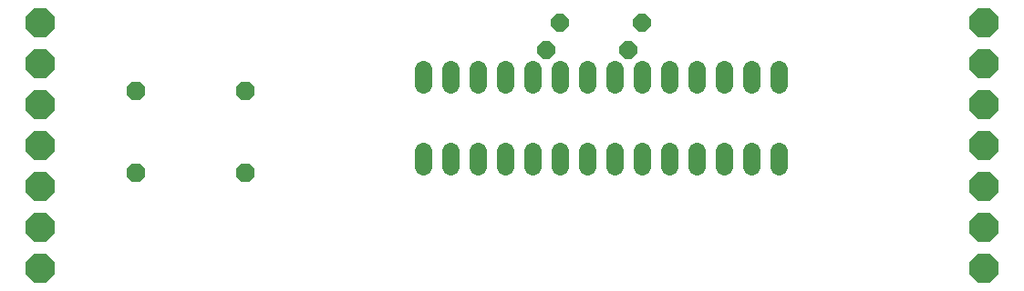
<source format=gbs>
G75*
G70*
%OFA0B0*%
%FSLAX24Y24*%
%IPPOS*%
%LPD*%
%AMOC8*
5,1,8,0,0,1.08239X$1,22.5*
%
%ADD10C,0.0640*%
%ADD11OC8,0.0640*%
%ADD12OC8,0.1080*%
%ADD13OC8,0.0680*%
D10*
X015600Y005320D02*
X015600Y005880D01*
X016600Y005880D02*
X016600Y005320D01*
X017600Y005320D02*
X017600Y005880D01*
X018600Y005880D02*
X018600Y005320D01*
X019600Y005320D02*
X019600Y005880D01*
X020600Y005880D02*
X020600Y005320D01*
X021600Y005320D02*
X021600Y005880D01*
X022600Y005880D02*
X022600Y005320D01*
X023600Y005320D02*
X023600Y005880D01*
X024600Y005880D02*
X024600Y005320D01*
X025600Y005320D02*
X025600Y005880D01*
X026600Y005880D02*
X026600Y005320D01*
X027600Y005320D02*
X027600Y005880D01*
X028600Y005880D02*
X028600Y005320D01*
X028600Y008320D02*
X028600Y008880D01*
X027600Y008880D02*
X027600Y008320D01*
X026600Y008320D02*
X026600Y008880D01*
X025600Y008880D02*
X025600Y008320D01*
X024600Y008320D02*
X024600Y008880D01*
X023600Y008880D02*
X023600Y008320D01*
X022600Y008320D02*
X022600Y008880D01*
X021600Y008880D02*
X021600Y008320D01*
X020600Y008320D02*
X020600Y008880D01*
X019600Y008880D02*
X019600Y008320D01*
X018600Y008320D02*
X018600Y008880D01*
X017600Y008880D02*
X017600Y008320D01*
X016600Y008320D02*
X016600Y008880D01*
X015600Y008880D02*
X015600Y008320D01*
D11*
X020100Y009600D03*
X020600Y010600D03*
X023100Y009600D03*
X023600Y010600D03*
D12*
X001600Y001600D03*
X001600Y003100D03*
X001600Y004600D03*
X001600Y006100D03*
X001600Y007600D03*
X001600Y009100D03*
X001600Y010600D03*
X036100Y010600D03*
X036100Y009100D03*
X036100Y007600D03*
X036100Y006100D03*
X036100Y004600D03*
X036100Y003100D03*
X036100Y001600D03*
D13*
X009100Y005100D03*
X005100Y005100D03*
X005100Y008100D03*
X009100Y008100D03*
M02*

</source>
